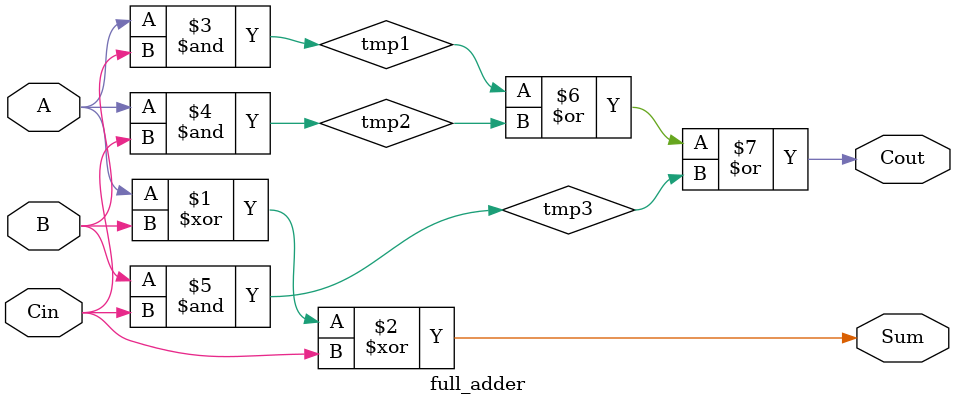
<source format=v>
module full_adder(
	    input A, B, Cin,
	        output Sum, Cout
	);

	xor x1(Sum, A, B, Cin);
	and a1(tmp1, A, B);
	and a2(tmp2, A, Cin);
	and a3(tmp3, B, Cin);
	or o1(Cout, tmp1, tmp2, tmp3);

endmodule

</source>
